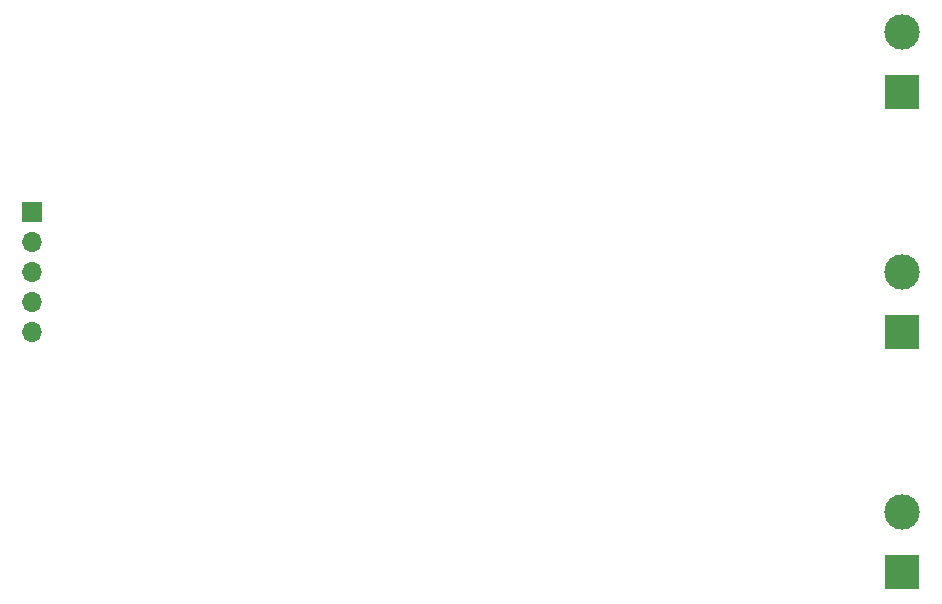
<source format=gbr>
%TF.GenerationSoftware,KiCad,Pcbnew,(6.0.0-0)*%
%TF.CreationDate,2022-01-20T15:49:37+01:00*%
%TF.ProjectId,prototype,70726f74-6f74-4797-9065-2e6b69636164,rev?*%
%TF.SameCoordinates,Original*%
%TF.FileFunction,Soldermask,Bot*%
%TF.FilePolarity,Negative*%
%FSLAX46Y46*%
G04 Gerber Fmt 4.6, Leading zero omitted, Abs format (unit mm)*
G04 Created by KiCad (PCBNEW (6.0.0-0)) date 2022-01-20 15:49:37*
%MOMM*%
%LPD*%
G01*
G04 APERTURE LIST*
%ADD10R,1.700000X1.700000*%
%ADD11O,1.700000X1.700000*%
%ADD12R,3.000000X3.000000*%
%ADD13C,3.000000*%
G04 APERTURE END LIST*
D10*
%TO.C,J1*%
X101600000Y-71120000D03*
D11*
X101600000Y-73660000D03*
X101600000Y-76200000D03*
X101600000Y-78740000D03*
X101600000Y-81280000D03*
%TD*%
D12*
%TO.C,J2*%
X175260000Y-60960000D03*
D13*
X175260000Y-55880000D03*
%TD*%
D12*
%TO.C,J4*%
X175260000Y-81280000D03*
D13*
X175260000Y-76200000D03*
%TD*%
D12*
%TO.C,J3*%
X175260000Y-101600000D03*
D13*
X175260000Y-96520000D03*
%TD*%
M02*

</source>
